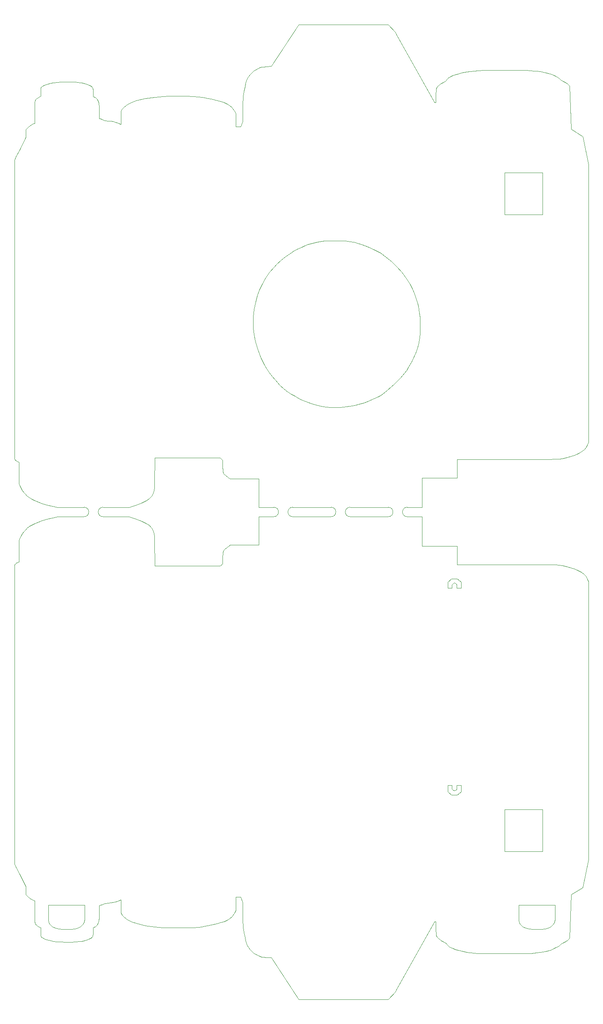
<source format=gm1>
G04 #@! TF.GenerationSoftware,KiCad,Pcbnew,7.0.10*
G04 #@! TF.CreationDate,2024-04-01T20:39:50-05:00*
G04 #@! TF.ProjectId,camera_badge,63616d65-7261-45f6-9261-6467652e6b69,1*
G04 #@! TF.SameCoordinates,Original*
G04 #@! TF.FileFunction,Profile,NP*
%FSLAX46Y46*%
G04 Gerber Fmt 4.6, Leading zero omitted, Abs format (unit mm)*
G04 Created by KiCad (PCBNEW 7.0.10) date 2024-04-01 20:39:50*
%MOMM*%
%LPD*%
G01*
G04 APERTURE LIST*
G04 #@! TA.AperFunction,Profile*
%ADD10C,0.050000*%
G04 #@! TD*
G04 #@! TA.AperFunction,Profile*
%ADD11C,0.100000*%
G04 #@! TD*
G04 APERTURE END LIST*
D10*
X153131000Y-209384000D02*
X153004000Y-210019000D01*
X153131000Y-206310600D02*
X153131000Y-209384000D01*
X153004000Y-210019000D02*
X152750000Y-210400000D01*
X152750000Y-210400000D02*
X152242000Y-210908000D01*
X152242000Y-210908000D02*
X151607000Y-211162000D01*
X151607000Y-211162000D02*
X151099000Y-211289000D01*
X151099000Y-211289000D02*
X150083000Y-211416000D01*
X149321000Y-211416000D02*
X150083000Y-211416000D01*
X149321000Y-211416000D02*
X148559000Y-211416000D01*
X148559000Y-211416000D02*
X147670000Y-211289000D01*
X147670000Y-211289000D02*
X147035000Y-211162000D01*
X147035000Y-211162000D02*
X146400000Y-210908000D01*
X146400000Y-210908000D02*
X145892000Y-210400000D01*
X145892000Y-210400000D02*
X145638000Y-210019000D01*
X145638000Y-210019000D02*
X145511000Y-209384000D01*
X145511000Y-206310600D02*
X153131000Y-206310600D01*
X145511000Y-206310600D02*
X145511000Y-209384000D01*
D11*
X133400000Y-182500000D02*
X132600000Y-183200000D01*
X133400000Y-181200000D02*
X133400000Y-182500000D01*
X132500000Y-181900000D02*
X132500000Y-181200000D01*
X132500000Y-181200000D02*
X133400000Y-181200000D01*
X132400000Y-182100000D02*
X132500000Y-181900000D01*
X132300000Y-182200000D02*
X132400000Y-182100000D01*
X132100000Y-182300000D02*
X132300000Y-182200000D01*
X131900000Y-182300000D02*
X132100000Y-182300000D01*
X131700000Y-182200000D02*
X131900000Y-182300000D01*
X131600000Y-182100000D02*
X131700000Y-182200000D01*
X131500000Y-181900000D02*
X131600000Y-182100000D01*
X131500000Y-181200000D02*
X131500000Y-181900000D01*
X131400000Y-183200000D02*
X132600000Y-183200000D01*
X131400000Y-183200000D02*
X130600000Y-182500000D01*
X130600000Y-182500000D02*
X130600000Y-181200000D01*
X130600000Y-181200000D02*
X131500000Y-181200000D01*
D10*
X54331000Y-209384000D02*
X54204000Y-210019000D01*
X54331000Y-206310600D02*
X54331000Y-209384000D01*
X54204000Y-210019000D02*
X53950000Y-210400000D01*
X53950000Y-210400000D02*
X53442000Y-210908000D01*
X53442000Y-210908000D02*
X52807000Y-211162000D01*
X52807000Y-211162000D02*
X52299000Y-211289000D01*
X52299000Y-211289000D02*
X51283000Y-211416000D01*
X50521000Y-211416000D02*
X51283000Y-211416000D01*
X50521000Y-211416000D02*
X49759000Y-211416000D01*
X49759000Y-211416000D02*
X48870000Y-211289000D01*
X48870000Y-211289000D02*
X48235000Y-211162000D01*
X48235000Y-211162000D02*
X47600000Y-210908000D01*
X47600000Y-210908000D02*
X47092000Y-210400000D01*
X47092000Y-210400000D02*
X46838000Y-210019000D01*
X46838000Y-210019000D02*
X46711000Y-209384000D01*
X46711000Y-206310600D02*
X54331000Y-206310600D01*
X46711000Y-206310600D02*
X46711000Y-209384000D01*
X39600000Y-49950000D02*
X39600000Y-112650000D01*
X39600000Y-112650000D02*
X39675000Y-112800000D01*
X39600000Y-134950000D02*
X39675000Y-134800000D01*
X39600000Y-197650000D02*
X39600000Y-134950000D01*
X39675000Y-112800000D02*
X39800000Y-112950000D01*
X39675000Y-134800000D02*
X39800000Y-134650000D01*
X39800000Y-112950000D02*
X39950000Y-113050000D01*
X39800000Y-134650000D02*
X39950000Y-134550000D01*
X39875000Y-49300000D02*
X39600000Y-49950000D01*
X39875000Y-198300000D02*
X39600000Y-197650000D01*
X39950000Y-113050000D02*
X40150000Y-113150000D01*
X39950000Y-134550000D02*
X40150000Y-134450000D01*
X40150000Y-113150000D02*
X40350000Y-113250000D01*
X40150000Y-134450000D02*
X40350000Y-134350000D01*
X40350000Y-113250000D02*
X40450000Y-113300000D01*
X40350000Y-134350000D02*
X40450000Y-134300000D01*
X40450000Y-113300000D02*
X40500000Y-113350000D01*
X40450000Y-134300000D02*
X40500000Y-134250000D01*
X40500000Y-113350000D02*
X40500000Y-117850000D01*
X40500000Y-117850000D02*
X40700000Y-118300000D01*
X40500000Y-129750000D02*
X40700000Y-129300000D01*
X40500000Y-134250000D02*
X40500000Y-129750000D01*
X40700000Y-47700000D02*
X39875000Y-49300000D01*
X40700000Y-118300000D02*
X40950000Y-118750000D01*
X40700000Y-129300000D02*
X40950000Y-128850000D01*
X40700000Y-199900000D02*
X39875000Y-198300000D01*
X40950000Y-118750000D02*
X41250000Y-119250000D01*
X40950000Y-128850000D02*
X41250000Y-128350000D01*
X41250000Y-119250000D02*
X41550000Y-119700000D01*
X41250000Y-128350000D02*
X41550000Y-127900000D01*
X41550000Y-119700000D02*
X41850000Y-120050000D01*
X41550000Y-127900000D02*
X41850000Y-127550000D01*
X41850000Y-120050000D02*
X42150000Y-120350000D01*
X41850000Y-127550000D02*
X42150000Y-127250000D01*
X42000000Y-43500000D02*
X42000000Y-45150000D01*
X42000000Y-45150000D02*
X40700000Y-47700000D01*
X42000000Y-202450000D02*
X40700000Y-199900000D01*
X42000000Y-204100000D02*
X42000000Y-202450000D01*
X42150000Y-120350000D02*
X42650000Y-120750000D01*
X42150000Y-127250000D02*
X42650000Y-126850000D01*
X42600000Y-42900000D02*
X42000000Y-43500000D01*
X42600000Y-204700000D02*
X42000000Y-204100000D01*
X42650000Y-120750000D02*
X43150000Y-121050000D01*
X42650000Y-126850000D02*
X43150000Y-126550000D01*
X42850000Y-42700000D02*
X42600000Y-42900000D01*
X42850000Y-204900000D02*
X42600000Y-204700000D01*
X43150000Y-42500000D02*
X42850000Y-42700000D01*
X43150000Y-121050000D02*
X43850000Y-121400000D01*
X43150000Y-126550000D02*
X43850000Y-126200000D01*
X43150000Y-205100000D02*
X42850000Y-204900000D01*
X43400000Y-42350000D02*
X43150000Y-42500000D01*
X43400000Y-205250000D02*
X43150000Y-205100000D01*
X43650000Y-42250000D02*
X43400000Y-42350000D01*
X43650000Y-205350000D02*
X43400000Y-205250000D01*
X43850000Y-37850000D02*
X43850000Y-42200000D01*
X43850000Y-42200000D02*
X43650000Y-42250000D01*
X43850000Y-121400000D02*
X45300000Y-121950000D01*
X43850000Y-126200000D02*
X45300000Y-125650000D01*
X43850000Y-205400000D02*
X43650000Y-205350000D01*
X43850000Y-209750000D02*
X43850000Y-205400000D01*
X43900000Y-37450000D02*
X43850000Y-37850000D01*
X43900000Y-210150000D02*
X43850000Y-209750000D01*
X44000000Y-37250000D02*
X43900000Y-37450000D01*
X44000000Y-210350000D02*
X43900000Y-210150000D01*
X44150000Y-37100000D02*
X44000000Y-37250000D01*
X44150000Y-210500000D02*
X44000000Y-210350000D01*
X44400000Y-36900000D02*
X44150000Y-37100000D01*
X44400000Y-210700000D02*
X44150000Y-210500000D01*
X44700000Y-36700000D02*
X44400000Y-36900000D01*
X44700000Y-210900000D02*
X44400000Y-210700000D01*
X45100000Y-34950000D02*
X45100000Y-36500000D01*
X45100000Y-36500000D02*
X44700000Y-36700000D01*
X45100000Y-211100000D02*
X44700000Y-210900000D01*
X45100000Y-212650000D02*
X45100000Y-211100000D01*
X45150000Y-34750000D02*
X45100000Y-34950000D01*
X45150000Y-212850000D02*
X45100000Y-212650000D01*
X45200000Y-34650000D02*
X45150000Y-34750000D01*
X45200000Y-212950000D02*
X45150000Y-212850000D01*
X45300000Y-34550000D02*
X45200000Y-34650000D01*
X45300000Y-121950000D02*
X46350000Y-122300000D01*
X45300000Y-125650000D02*
X46350000Y-125300000D01*
X45300000Y-213050000D02*
X45200000Y-212950000D01*
X45500000Y-34400000D02*
X45300000Y-34550000D01*
X45500000Y-213200000D02*
X45300000Y-213050000D01*
X45850000Y-34200000D02*
X45500000Y-34400000D01*
X45850000Y-213400000D02*
X45500000Y-213200000D01*
X46350000Y-34000000D02*
X45850000Y-34200000D01*
X46350000Y-122300000D02*
X47550000Y-122550000D01*
X46350000Y-125300000D02*
X47550000Y-125050000D01*
X46350000Y-213600000D02*
X45850000Y-213400000D01*
X47200000Y-33800000D02*
X46350000Y-34000000D01*
X47200000Y-213800000D02*
X46350000Y-213600000D01*
X47550000Y-122550000D02*
X48650000Y-122800000D01*
X47550000Y-125050000D02*
X48650000Y-124800000D01*
X47700000Y-33700000D02*
X47200000Y-33800000D01*
X47700000Y-213900000D02*
X47200000Y-213800000D01*
X48600000Y-33600000D02*
X47700000Y-33700000D01*
X48600000Y-214000000D02*
X47700000Y-213900000D01*
X48650000Y-122800000D02*
X53650000Y-122800000D01*
X48650000Y-124800000D02*
X53650000Y-124800000D01*
X49350000Y-33550000D02*
X48600000Y-33600000D01*
X49350000Y-214050000D02*
X48600000Y-214000000D01*
X50300000Y-33500000D02*
X49350000Y-33550000D01*
X50300000Y-214100000D02*
X49350000Y-214050000D01*
X51350000Y-33500000D02*
X50300000Y-33500000D01*
X51350000Y-214100000D02*
X50300000Y-214100000D01*
X52400000Y-33550000D02*
X51350000Y-33500000D01*
X52400000Y-214050000D02*
X51350000Y-214100000D01*
X53300000Y-33650000D02*
X52400000Y-33550000D01*
X53300000Y-213950000D02*
X52400000Y-214050000D01*
X53650000Y-122800000D02*
X54200000Y-122800000D01*
X53650000Y-124800000D02*
X54200000Y-124800000D01*
X53700000Y-33700000D02*
X53300000Y-33650000D01*
X53700000Y-213900000D02*
X53300000Y-213950000D01*
X54350000Y-33850000D02*
X53700000Y-33700000D01*
X54350000Y-213750000D02*
X53700000Y-213900000D01*
X54850000Y-34000000D02*
X54350000Y-33850000D01*
X54850000Y-213600000D02*
X54350000Y-213750000D01*
X55250000Y-34150000D02*
X54850000Y-34000000D01*
X55250000Y-213450000D02*
X54850000Y-213600000D01*
X55600000Y-34350000D02*
X55250000Y-34150000D01*
X55600000Y-213250000D02*
X55250000Y-213450000D01*
X55750000Y-34450000D02*
X55600000Y-34350000D01*
X55750000Y-213150000D02*
X55600000Y-213250000D01*
X55900000Y-34600000D02*
X55750000Y-34450000D01*
X55900000Y-213000000D02*
X55750000Y-213150000D01*
X56000000Y-34750000D02*
X55900000Y-34600000D01*
X56000000Y-212850000D02*
X55900000Y-213000000D01*
X56050000Y-34950000D02*
X56000000Y-34750000D01*
X56050000Y-212650000D02*
X56000000Y-212850000D01*
X56100000Y-35150000D02*
X56050000Y-34950000D01*
X56100000Y-212450000D02*
X56050000Y-212650000D01*
X56150000Y-36550000D02*
X56100000Y-35150000D01*
X56150000Y-211050000D02*
X56100000Y-212450000D01*
X56200000Y-36650000D02*
X56150000Y-36550000D01*
X56200000Y-210950000D02*
X56150000Y-211050000D01*
X56500000Y-36750000D02*
X56200000Y-36650000D01*
X56500000Y-210850000D02*
X56200000Y-210950000D01*
X56700000Y-36900000D02*
X56500000Y-36750000D01*
X56700000Y-210700000D02*
X56500000Y-210850000D01*
X56950000Y-37150000D02*
X56700000Y-36900000D01*
X56950000Y-210450000D02*
X56700000Y-210700000D01*
X57150000Y-37500000D02*
X56950000Y-37150000D01*
X57150000Y-210100000D02*
X56950000Y-210450000D01*
X57250000Y-37700000D02*
X57150000Y-37500000D01*
X57250000Y-209900000D02*
X57150000Y-210100000D01*
X57300000Y-38000000D02*
X57250000Y-37700000D01*
X57300000Y-209600000D02*
X57250000Y-209900000D01*
X57350000Y-38650000D02*
X57300000Y-38000000D01*
X57350000Y-208950000D02*
X57300000Y-209600000D01*
X57400000Y-41200000D02*
X57350000Y-38650000D01*
X57400000Y-206400000D02*
X57350000Y-208950000D01*
X57600000Y-41250000D02*
X57400000Y-41200000D01*
X57600000Y-206350000D02*
X57400000Y-206400000D01*
X58000000Y-41350000D02*
X57600000Y-41250000D01*
X58000000Y-206250000D02*
X57600000Y-206350000D01*
X58200000Y-122800000D02*
X58650000Y-122800000D01*
X58200000Y-124800000D02*
X58650000Y-124800000D01*
X58250000Y-41450000D02*
X58000000Y-41350000D01*
X58250000Y-206150000D02*
X58000000Y-206250000D01*
X58500000Y-41600000D02*
X58250000Y-41450000D01*
X58500000Y-206000000D02*
X58250000Y-206150000D01*
X58650000Y-41650000D02*
X58500000Y-41600000D01*
X58650000Y-122800000D02*
X63650000Y-122800000D01*
X58650000Y-124800000D02*
X63650000Y-124800000D01*
X58650000Y-205950000D02*
X58500000Y-206000000D01*
X59250000Y-41700000D02*
X58650000Y-41650000D01*
X59250000Y-205900000D02*
X58650000Y-205950000D01*
X59800000Y-41750000D02*
X59250000Y-41700000D01*
X59800000Y-205850000D02*
X59250000Y-205900000D01*
X60350000Y-41850000D02*
X59800000Y-41750000D01*
X60350000Y-205750000D02*
X59800000Y-205850000D01*
X60750000Y-41950000D02*
X60350000Y-41850000D01*
X60750000Y-205650000D02*
X60350000Y-205750000D01*
X61100000Y-42050000D02*
X60750000Y-41950000D01*
X61100000Y-205550000D02*
X60750000Y-205650000D01*
X61500000Y-42200000D02*
X61100000Y-42050000D01*
X61500000Y-205400000D02*
X61100000Y-205550000D01*
X61900000Y-42400000D02*
X61500000Y-42200000D01*
X61900000Y-205200000D02*
X61500000Y-205400000D01*
X62000000Y-39650000D02*
X62000000Y-42400000D01*
X62000000Y-42400000D02*
X61900000Y-42400000D01*
X62000000Y-205200000D02*
X61900000Y-205200000D01*
X62000000Y-207950000D02*
X62000000Y-205200000D01*
X62250000Y-39200000D02*
X62000000Y-39650000D01*
X62250000Y-208400000D02*
X62000000Y-207950000D01*
X62550000Y-38850000D02*
X62250000Y-39200000D01*
X62550000Y-208750000D02*
X62250000Y-208400000D01*
X63050000Y-38400000D02*
X62550000Y-38850000D01*
X63050000Y-209200000D02*
X62550000Y-208750000D01*
X63550000Y-38100000D02*
X63050000Y-38400000D01*
X63550000Y-209500000D02*
X63050000Y-209200000D01*
X63650000Y-122800000D02*
X64150000Y-122650000D01*
X63650000Y-124800000D02*
X64150000Y-124950000D01*
X64150000Y-122650000D02*
X65200000Y-122350000D01*
X64150000Y-124950000D02*
X65200000Y-125250000D01*
X64350000Y-37750000D02*
X63550000Y-38100000D01*
X64350000Y-209850000D02*
X63550000Y-209500000D01*
X65200000Y-37450000D02*
X64350000Y-37750000D01*
X65200000Y-122350000D02*
X66300000Y-121900000D01*
X65200000Y-125250000D02*
X66300000Y-125700000D01*
X65200000Y-210150000D02*
X64350000Y-209850000D01*
X66300000Y-121900000D02*
X67250000Y-121400000D01*
X66300000Y-125700000D02*
X67250000Y-126200000D01*
X67050000Y-37000000D02*
X65200000Y-37450000D01*
X67050000Y-210600000D02*
X65200000Y-210150000D01*
X67250000Y-121400000D02*
X67850000Y-121000000D01*
X67250000Y-126200000D02*
X67850000Y-126600000D01*
X67850000Y-121000000D02*
X68250000Y-120650000D01*
X67850000Y-126600000D02*
X68250000Y-126950000D01*
X68250000Y-120650000D02*
X68450000Y-120350000D01*
X68250000Y-126950000D02*
X68450000Y-127250000D01*
X68450000Y-120350000D02*
X68750000Y-119800000D01*
X68450000Y-127250000D02*
X68750000Y-127800000D01*
X68750000Y-119800000D02*
X68850000Y-119500000D01*
X68750000Y-127800000D02*
X68850000Y-128100000D01*
X68850000Y-119500000D02*
X68900000Y-119250000D01*
X68850000Y-128100000D02*
X68900000Y-128350000D01*
X68900000Y-119250000D02*
X68950000Y-118700000D01*
X68900000Y-128350000D02*
X68950000Y-128900000D01*
X68950000Y-118700000D02*
X69000000Y-117800000D01*
X68950000Y-128900000D02*
X69000000Y-129800000D01*
X69000000Y-117800000D02*
X69100000Y-112450000D01*
X69000000Y-129800000D02*
X69100000Y-135150000D01*
X69100000Y-36700000D02*
X67050000Y-37000000D01*
X69100000Y-112450000D02*
X82800000Y-112450000D01*
X69100000Y-135150000D02*
X82800000Y-135150000D01*
X69100000Y-210900000D02*
X67050000Y-210600000D01*
X70750000Y-36550000D02*
X69100000Y-36700000D01*
X70750000Y-211050000D02*
X69100000Y-210900000D01*
X72050000Y-36500000D02*
X70750000Y-36550000D01*
X72050000Y-211100000D02*
X70750000Y-211050000D01*
X75650000Y-36500000D02*
X72050000Y-36500000D01*
X75650000Y-211100000D02*
X72050000Y-211100000D01*
X77150000Y-36550000D02*
X75650000Y-36500000D01*
X77150000Y-211050000D02*
X75650000Y-211100000D01*
X78200000Y-36650000D02*
X77150000Y-36550000D01*
X78200000Y-210950000D02*
X77150000Y-211050000D01*
X78950000Y-36750000D02*
X78200000Y-36650000D01*
X78950000Y-210850000D02*
X78200000Y-210950000D01*
X79600000Y-36850000D02*
X78950000Y-36750000D01*
X79600000Y-210750000D02*
X78950000Y-210850000D01*
X80200000Y-36950000D02*
X79600000Y-36850000D01*
X80200000Y-210650000D02*
X79600000Y-210750000D01*
X80900000Y-37100000D02*
X80200000Y-36950000D01*
X80900000Y-210500000D02*
X80200000Y-210650000D01*
X82100000Y-37400000D02*
X80900000Y-37100000D01*
X82100000Y-210200000D02*
X80900000Y-210500000D01*
X82800000Y-112450000D02*
X83300000Y-112900000D01*
X82800000Y-135150000D02*
X83300000Y-134700000D01*
X82850000Y-37600000D02*
X82100000Y-37400000D01*
X82850000Y-210000000D02*
X82100000Y-210200000D01*
X83300000Y-112900000D02*
X83300000Y-114450000D01*
X83300000Y-114450000D02*
X83350000Y-115000000D01*
X83300000Y-133150000D02*
X83350000Y-132600000D01*
X83300000Y-134700000D02*
X83300000Y-133150000D01*
X83350000Y-115000000D02*
X83400000Y-115300000D01*
X83350000Y-132600000D02*
X83400000Y-132300000D01*
X83400000Y-115300000D02*
X83500000Y-115650000D01*
X83400000Y-132300000D02*
X83500000Y-131950000D01*
X83500000Y-115650000D02*
X83650000Y-115900000D01*
X83500000Y-131950000D02*
X83650000Y-131700000D01*
X83600000Y-37850000D02*
X82850000Y-37600000D01*
X83600000Y-209750000D02*
X82850000Y-210000000D01*
X83650000Y-115900000D02*
X83850000Y-116100000D01*
X83650000Y-131700000D02*
X83850000Y-131500000D01*
X83850000Y-116100000D02*
X84050000Y-116250000D01*
X83850000Y-131500000D02*
X84050000Y-131350000D01*
X84050000Y-116250000D02*
X84250000Y-116350000D01*
X84050000Y-131350000D02*
X84250000Y-131250000D01*
X84250000Y-116350000D02*
X84500000Y-116550000D01*
X84250000Y-131250000D02*
X84500000Y-131050000D01*
X84300000Y-38150000D02*
X83600000Y-37850000D01*
X84300000Y-209450000D02*
X83600000Y-209750000D01*
X84500000Y-116550000D02*
X84700000Y-116750000D01*
X84500000Y-131050000D02*
X84700000Y-130850000D01*
X84700000Y-116750000D02*
X84850000Y-116850000D01*
X84700000Y-130850000D02*
X84850000Y-130750000D01*
X84850000Y-38500000D02*
X84300000Y-38150000D01*
X84850000Y-116850000D02*
X90950000Y-116850000D01*
X84850000Y-130750000D02*
X90950000Y-130750000D01*
X84850000Y-209100000D02*
X84300000Y-209450000D01*
X85250000Y-38850000D02*
X84850000Y-38500000D01*
X85250000Y-208750000D02*
X84850000Y-209100000D01*
X85450000Y-39100000D02*
X85250000Y-38850000D01*
X85450000Y-208500000D02*
X85250000Y-208750000D01*
X85650000Y-39400000D02*
X85450000Y-39100000D01*
X85650000Y-208200000D02*
X85450000Y-208500000D01*
X85800000Y-39650000D02*
X85650000Y-39400000D01*
X85800000Y-207950000D02*
X85650000Y-208200000D01*
X86050000Y-40200000D02*
X85800000Y-39650000D01*
X86050000Y-207400000D02*
X85800000Y-207950000D01*
X86100000Y-42950000D02*
X86050000Y-40200000D01*
X86100000Y-204650000D02*
X86050000Y-207400000D01*
X87100000Y-42950000D02*
X86100000Y-42950000D01*
X87100000Y-204650000D02*
X86100000Y-204650000D01*
X87550000Y-37850000D02*
X87550000Y-41800000D01*
X87550000Y-41800000D02*
X87100000Y-42950000D01*
X87550000Y-205800000D02*
X87100000Y-204650000D01*
X87550000Y-209750000D02*
X87550000Y-205800000D01*
X87600000Y-37100000D02*
X87550000Y-37850000D01*
X87600000Y-210500000D02*
X87550000Y-209750000D01*
X87650000Y-36600000D02*
X87600000Y-37100000D01*
X87650000Y-211000000D02*
X87600000Y-210500000D01*
X87800000Y-35500000D02*
X87650000Y-36600000D01*
X87800000Y-212100000D02*
X87650000Y-211000000D01*
X88000000Y-34450000D02*
X87800000Y-35500000D01*
X88000000Y-213150000D02*
X87800000Y-212100000D01*
X88150000Y-33800000D02*
X88000000Y-34450000D01*
X88150000Y-213800000D02*
X88000000Y-213150000D01*
X88300000Y-33300000D02*
X88150000Y-33800000D01*
X88300000Y-214300000D02*
X88150000Y-213800000D01*
X88500000Y-32800000D02*
X88300000Y-33300000D01*
X88500000Y-214800000D02*
X88300000Y-214300000D01*
X88700000Y-32450000D02*
X88500000Y-32800000D01*
X88700000Y-215150000D02*
X88500000Y-214800000D01*
X88850000Y-32250000D02*
X88700000Y-32450000D01*
X88850000Y-215350000D02*
X88700000Y-215150000D01*
X89000000Y-32050000D02*
X88850000Y-32250000D01*
X89000000Y-215550000D02*
X88850000Y-215350000D01*
X89450000Y-31550000D02*
X89000000Y-32050000D01*
X89450000Y-216050000D02*
X89000000Y-215550000D01*
X89700000Y-83600000D02*
X89750000Y-82750000D01*
X89700000Y-83800000D02*
X89700000Y-83600000D01*
X89700000Y-84300000D02*
X89700000Y-83800000D01*
X89750000Y-82750000D02*
X89900000Y-81300000D01*
X89750000Y-85200000D02*
X89700000Y-84300000D01*
X89850000Y-31200000D02*
X89450000Y-31550000D01*
X89850000Y-216400000D02*
X89450000Y-216050000D01*
X89900000Y-81300000D02*
X90200000Y-79700000D01*
X89900000Y-86550000D02*
X89750000Y-85200000D01*
X90150000Y-87900000D02*
X89900000Y-86550000D01*
X90200000Y-79700000D02*
X90550000Y-78400000D01*
X90250000Y-30950000D02*
X89850000Y-31200000D01*
X90250000Y-216650000D02*
X89850000Y-216400000D01*
X90550000Y-78400000D02*
X91000000Y-77200000D01*
X90550000Y-89350000D02*
X90150000Y-87900000D01*
X90950000Y-116850000D02*
X90950000Y-122800000D01*
X90950000Y-122800000D02*
X94050000Y-122800000D01*
X90950000Y-124800000D02*
X94050000Y-124800000D01*
X90950000Y-130750000D02*
X90950000Y-124800000D01*
X91000000Y-77200000D02*
X91550000Y-76000000D01*
X91050000Y-90750000D02*
X90550000Y-89350000D01*
X91200000Y-30500000D02*
X90250000Y-30950000D01*
X91200000Y-217100000D02*
X90250000Y-216650000D01*
X91350000Y-91450000D02*
X91050000Y-90750000D01*
X91500000Y-30400000D02*
X91200000Y-30500000D01*
X91500000Y-217200000D02*
X91200000Y-217100000D01*
X91550000Y-76000000D02*
X92300000Y-74750000D01*
X91900000Y-30350000D02*
X91500000Y-30400000D01*
X91900000Y-217250000D02*
X91500000Y-217200000D01*
X92000000Y-92750000D02*
X91350000Y-91450000D01*
X92300000Y-74750000D02*
X93150000Y-73500000D01*
X92450000Y-30300000D02*
X91900000Y-30350000D01*
X92450000Y-93550000D02*
X92000000Y-92750000D01*
X92450000Y-217300000D02*
X91900000Y-217250000D01*
X93150000Y-73500000D02*
X94100000Y-72400000D01*
X93150000Y-94600000D02*
X92450000Y-93550000D01*
X93500000Y-30250000D02*
X92450000Y-30300000D01*
X93500000Y-217350000D02*
X92450000Y-217300000D01*
X93750000Y-95350000D02*
X93150000Y-94600000D01*
X94100000Y-72400000D02*
X94650000Y-71800000D01*
X94400000Y-96100000D02*
X93750000Y-95350000D01*
X94650000Y-71800000D02*
X95550000Y-70950000D01*
X95350000Y-97150000D02*
X94400000Y-96100000D01*
X95550000Y-70950000D02*
X96050000Y-70550000D01*
X96050000Y-70550000D02*
X97000000Y-69850000D01*
X96200000Y-97950000D02*
X95350000Y-97150000D01*
X96900000Y-98500000D02*
X96200000Y-97950000D01*
X97000000Y-69850000D02*
X97450000Y-69550000D01*
X97450000Y-69550000D02*
X98150000Y-69100000D01*
X97700000Y-99050000D02*
X96900000Y-98500000D01*
X98050000Y-122800000D02*
X106100000Y-122800000D01*
X98050000Y-124800000D02*
X106100000Y-124800000D01*
X98150000Y-69100000D02*
X99050000Y-68600000D01*
X98500000Y-99500000D02*
X97700000Y-99050000D01*
X99050000Y-68600000D02*
X99850000Y-68200000D01*
X99050000Y-99800000D02*
X98500000Y-99500000D01*
X99300000Y-21450000D02*
X93500000Y-30250000D01*
X99300000Y-226150000D02*
X93500000Y-217350000D01*
X99800000Y-100200000D02*
X99050000Y-99800000D01*
X99850000Y-68200000D02*
X100550000Y-67900000D01*
X100550000Y-67900000D02*
X101200000Y-67650000D01*
X100700000Y-100600000D02*
X99800000Y-100200000D01*
X101200000Y-67650000D02*
X102150000Y-67350000D01*
X101800000Y-101000000D02*
X100700000Y-100600000D01*
X102150000Y-67350000D02*
X103200000Y-67100000D01*
X102950000Y-101350000D02*
X101800000Y-101000000D01*
X103200000Y-67100000D02*
X104200000Y-66950000D01*
X104000000Y-101600000D02*
X102950000Y-101350000D01*
X104200000Y-66950000D02*
X104750000Y-66900000D01*
X104750000Y-66900000D02*
X105650000Y-66850000D01*
X105000000Y-101750000D02*
X104000000Y-101600000D01*
X105650000Y-66850000D02*
X106600000Y-66850000D01*
X106150000Y-101800000D02*
X105000000Y-101750000D01*
X106600000Y-66850000D02*
X108200000Y-66850000D01*
X108000000Y-101800000D02*
X106150000Y-101800000D01*
X108200000Y-66850000D02*
X109150000Y-66900000D01*
X109150000Y-66900000D02*
X110050000Y-67000000D01*
X109300000Y-101700000D02*
X108000000Y-101800000D01*
X109950000Y-101600000D02*
X109300000Y-101700000D01*
X110050000Y-67000000D02*
X110900000Y-67150000D01*
X110100000Y-122800000D02*
X118100000Y-122800000D01*
X110100000Y-124800000D02*
X118100000Y-124800000D01*
X110900000Y-67150000D02*
X111650000Y-67350000D01*
X111100000Y-101400000D02*
X109950000Y-101600000D01*
X111650000Y-67350000D02*
X112500000Y-67600000D01*
X111950000Y-101200000D02*
X111100000Y-101400000D01*
X112500000Y-67600000D02*
X113850000Y-68100000D01*
X112950000Y-100900000D02*
X111950000Y-101200000D01*
X113600000Y-100650000D02*
X112950000Y-100900000D01*
X113850000Y-68100000D02*
X115150000Y-68700000D01*
X114550000Y-100250000D02*
X113600000Y-100650000D01*
X115100000Y-100000000D02*
X114550000Y-100250000D01*
X115150000Y-68700000D02*
X116450000Y-69450000D01*
X115850000Y-99650000D02*
X115100000Y-100000000D01*
X116400000Y-99350000D02*
X115850000Y-99650000D01*
X116450000Y-69450000D02*
X117600000Y-70250000D01*
X117000000Y-98950000D02*
X116400000Y-99350000D01*
X117400000Y-98650000D02*
X117000000Y-98950000D01*
X117600000Y-70250000D02*
X118800000Y-71200000D01*
X117950000Y-98200000D02*
X117400000Y-98650000D01*
X118050000Y-21450000D02*
X99300000Y-21450000D01*
X118050000Y-226150000D02*
X99300000Y-226150000D01*
X118700000Y-97550000D02*
X117950000Y-98200000D01*
X118800000Y-71200000D02*
X119900000Y-72300000D01*
X119250000Y-97050000D02*
X118700000Y-97550000D01*
X119600000Y-23100000D02*
X118050000Y-21450000D01*
X119600000Y-224500000D02*
X118050000Y-226150000D01*
X119700000Y-96600000D02*
X119250000Y-97050000D01*
X119800000Y-23500000D02*
X119600000Y-23100000D01*
X119800000Y-224100000D02*
X119600000Y-224500000D01*
X119900000Y-72300000D02*
X120950000Y-73450000D01*
X120300000Y-96000000D02*
X119700000Y-96600000D01*
X120700000Y-95600000D02*
X120300000Y-96000000D01*
X120950000Y-73450000D02*
X121650000Y-74400000D01*
X121500000Y-94650000D02*
X120700000Y-95600000D01*
X121650000Y-74400000D02*
X122150000Y-75150000D01*
X121950000Y-94050000D02*
X121500000Y-94650000D01*
X122100000Y-122800000D02*
X125200000Y-122800000D01*
X122100000Y-124800000D02*
X125200000Y-124800000D01*
X122150000Y-75150000D02*
X122650000Y-75950000D01*
X122350000Y-93400000D02*
X121950000Y-94050000D01*
X122650000Y-75950000D02*
X123150000Y-76950000D01*
X123000000Y-92250000D02*
X122350000Y-93400000D01*
X123150000Y-76950000D02*
X123600000Y-78000000D01*
X123500000Y-91200000D02*
X123000000Y-92250000D01*
X123600000Y-78000000D02*
X124050000Y-79200000D01*
X123900000Y-90250000D02*
X123500000Y-91200000D01*
X124050000Y-79200000D02*
X124300000Y-80000000D01*
X124150000Y-89500000D02*
X123900000Y-90250000D01*
X124300000Y-80000000D02*
X124450000Y-80650000D01*
X124400000Y-88650000D02*
X124150000Y-89500000D01*
X124450000Y-80650000D02*
X124550000Y-81250000D01*
X124550000Y-81250000D02*
X124650000Y-81950000D01*
X124600000Y-87700000D02*
X124400000Y-88650000D01*
X124650000Y-81950000D02*
X124750000Y-82950000D01*
X124750000Y-82950000D02*
X124800000Y-83850000D01*
X124750000Y-86400000D02*
X124600000Y-87700000D01*
X124800000Y-83850000D02*
X124800000Y-85250000D01*
X124800000Y-85250000D02*
X124750000Y-86400000D01*
X125200000Y-116650000D02*
X132550000Y-116650000D01*
X125200000Y-122750000D02*
X125200000Y-116650000D01*
X125200000Y-122800000D02*
X125200000Y-122750000D01*
X125200000Y-124800000D02*
X125200000Y-124850000D01*
X125200000Y-124850000D02*
X125200000Y-130950000D01*
X125200000Y-130950000D02*
X132550000Y-130950000D01*
X127800000Y-37850000D02*
X119800000Y-23500000D01*
X127800000Y-209750000D02*
X119800000Y-224100000D01*
X128100000Y-36100000D02*
X128100000Y-37850000D01*
X128100000Y-37850000D02*
X127800000Y-37850000D01*
X128100000Y-209750000D02*
X127800000Y-209750000D01*
X128100000Y-211500000D02*
X128100000Y-209750000D01*
X128150000Y-35250000D02*
X128100000Y-36100000D01*
X128150000Y-212350000D02*
X128100000Y-211500000D01*
X128200000Y-34950000D02*
X128150000Y-35250000D01*
X128200000Y-212650000D02*
X128150000Y-212350000D01*
X128250000Y-34800000D02*
X128200000Y-34950000D01*
X128250000Y-212800000D02*
X128200000Y-212650000D01*
X128350000Y-34600000D02*
X128250000Y-34800000D01*
X128350000Y-213000000D02*
X128250000Y-212800000D01*
X128500000Y-34400000D02*
X128350000Y-34600000D01*
X128500000Y-213200000D02*
X128350000Y-213000000D01*
X128550000Y-34350000D02*
X128500000Y-34400000D01*
X128550000Y-213250000D02*
X128500000Y-213200000D01*
X128650000Y-34250000D02*
X128550000Y-34350000D01*
X128650000Y-213350000D02*
X128550000Y-213250000D01*
X128900000Y-34050000D02*
X128650000Y-34250000D01*
X128900000Y-213550000D02*
X128650000Y-213350000D01*
X129200000Y-33850000D02*
X128900000Y-34050000D01*
X129200000Y-213750000D02*
X128900000Y-213550000D01*
X129700000Y-33600000D02*
X129200000Y-33850000D01*
X129700000Y-214000000D02*
X129200000Y-213750000D01*
X130150000Y-33350000D02*
X129700000Y-33600000D01*
X130150000Y-214250000D02*
X129700000Y-214000000D01*
X130300000Y-33200000D02*
X130150000Y-33350000D01*
X130300000Y-214400000D02*
X130150000Y-214250000D01*
X130450000Y-32950000D02*
X130300000Y-33200000D01*
X130450000Y-214650000D02*
X130300000Y-214400000D01*
X130700000Y-32700000D02*
X130450000Y-32950000D01*
X130700000Y-214900000D02*
X130450000Y-214650000D01*
X130900000Y-32550000D02*
X130700000Y-32700000D01*
X130900000Y-215050000D02*
X130700000Y-214900000D01*
X131150000Y-32400000D02*
X130900000Y-32550000D01*
X131150000Y-215200000D02*
X130900000Y-215050000D01*
X131600000Y-32200000D02*
X131150000Y-32400000D01*
X131600000Y-215400000D02*
X131150000Y-215200000D01*
X132150000Y-32000000D02*
X131600000Y-32200000D01*
X132150000Y-215600000D02*
X131600000Y-215400000D01*
X132550000Y-112750000D02*
X151700000Y-112750000D01*
X132550000Y-116650000D02*
X132550000Y-112750000D01*
X132550000Y-130950000D02*
X132550000Y-134850000D01*
X132550000Y-134850000D02*
X151700000Y-134850000D01*
X132800000Y-31800000D02*
X132150000Y-32000000D01*
X132800000Y-215800000D02*
X132150000Y-215600000D01*
X133550000Y-31600000D02*
X132800000Y-31800000D01*
X133550000Y-216000000D02*
X132800000Y-215800000D01*
X134600000Y-31400000D02*
X133550000Y-31600000D01*
X134600000Y-216200000D02*
X133550000Y-216000000D01*
X135250000Y-31300000D02*
X134600000Y-31400000D01*
X135250000Y-216300000D02*
X134600000Y-216200000D01*
X136200000Y-31200000D02*
X135250000Y-31300000D01*
X136200000Y-216400000D02*
X135250000Y-216300000D01*
X136900000Y-31150000D02*
X136200000Y-31200000D01*
X136900000Y-216450000D02*
X136200000Y-216400000D01*
X138350000Y-31100000D02*
X136900000Y-31150000D01*
X138350000Y-216500000D02*
X136900000Y-216450000D01*
X142550000Y-52550000D02*
X142550000Y-61350000D01*
X142550000Y-61350000D02*
X150550000Y-61350000D01*
X142550000Y-186250000D02*
X150550000Y-186250000D01*
X142550000Y-195050000D02*
X142550000Y-186250000D01*
X146150000Y-31100000D02*
X138350000Y-31100000D01*
X146150000Y-216500000D02*
X138350000Y-216500000D01*
X147000000Y-31100000D02*
X146150000Y-31100000D01*
X147000000Y-216500000D02*
X146150000Y-216500000D01*
X148100000Y-31150000D02*
X147000000Y-31100000D01*
X148100000Y-216450000D02*
X147000000Y-216500000D01*
X148750000Y-31200000D02*
X148100000Y-31150000D01*
X148750000Y-216400000D02*
X148100000Y-216450000D01*
X149250000Y-31250000D02*
X148750000Y-31200000D01*
X149250000Y-216350000D02*
X148750000Y-216400000D01*
X150000000Y-31350000D02*
X149250000Y-31250000D01*
X150000000Y-216250000D02*
X149250000Y-216350000D01*
X150550000Y-52550000D02*
X142550000Y-52550000D01*
X150550000Y-61350000D02*
X150550000Y-52550000D01*
X150550000Y-186250000D02*
X150550000Y-195050000D01*
X150550000Y-195050000D02*
X142550000Y-195050000D01*
X151100000Y-31550000D02*
X150000000Y-31350000D01*
X151100000Y-216050000D02*
X150000000Y-216250000D01*
X151700000Y-112750000D02*
X153300000Y-112700000D01*
X151700000Y-134850000D02*
X153300000Y-134900000D01*
X151750000Y-31700000D02*
X151100000Y-31550000D01*
X151750000Y-215900000D02*
X151100000Y-216050000D01*
X152350000Y-31900000D02*
X151750000Y-31700000D01*
X152350000Y-215700000D02*
X151750000Y-215900000D01*
X152800000Y-32100000D02*
X152350000Y-31900000D01*
X152800000Y-215500000D02*
X152350000Y-215700000D01*
X153300000Y-32350000D02*
X152800000Y-32100000D01*
X153300000Y-112700000D02*
X153950000Y-112650000D01*
X153300000Y-134900000D02*
X153950000Y-134950000D01*
X153300000Y-215250000D02*
X152800000Y-215500000D01*
X153700000Y-32600000D02*
X153300000Y-32350000D01*
X153700000Y-215000000D02*
X153300000Y-215250000D01*
X153950000Y-32750000D02*
X153700000Y-32600000D01*
X153950000Y-112650000D02*
X154650000Y-112550000D01*
X153950000Y-134950000D02*
X154650000Y-135050000D01*
X153950000Y-214850000D02*
X153700000Y-215000000D01*
X154300000Y-33050000D02*
X153950000Y-32750000D01*
X154300000Y-214550000D02*
X153950000Y-214850000D01*
X154650000Y-112550000D02*
X155650000Y-112350000D01*
X154650000Y-135050000D02*
X155650000Y-135250000D01*
X154750000Y-33350000D02*
X154300000Y-33050000D01*
X154750000Y-214250000D02*
X154300000Y-214550000D01*
X155450000Y-33650000D02*
X154750000Y-33350000D01*
X155450000Y-213950000D02*
X154750000Y-214250000D01*
X155650000Y-112350000D02*
X156500000Y-112100000D01*
X155650000Y-135250000D02*
X156500000Y-135500000D01*
X155800000Y-33900000D02*
X155450000Y-33650000D01*
X155800000Y-213700000D02*
X155450000Y-213950000D01*
X156050000Y-34200000D02*
X155800000Y-33900000D01*
X156050000Y-213400000D02*
X155800000Y-213700000D01*
X156200000Y-34400000D02*
X156050000Y-34200000D01*
X156200000Y-213200000D02*
X156050000Y-213400000D01*
X156500000Y-43450000D02*
X156200000Y-34400000D01*
X156500000Y-112100000D02*
X157100000Y-111900000D01*
X156500000Y-135500000D02*
X157100000Y-135700000D01*
X156500000Y-204150000D02*
X156200000Y-213200000D01*
X157100000Y-111900000D02*
X157700000Y-111650000D01*
X157100000Y-135700000D02*
X157700000Y-135950000D01*
X157700000Y-111650000D02*
X158250000Y-111400000D01*
X157700000Y-135950000D02*
X158250000Y-136200000D01*
X158250000Y-111400000D02*
X158750000Y-111100000D01*
X158250000Y-136200000D02*
X158750000Y-136500000D01*
X158750000Y-111100000D02*
X159250000Y-110700000D01*
X158750000Y-136500000D02*
X159250000Y-136900000D01*
X158900000Y-44950000D02*
X156500000Y-43450000D01*
X158900000Y-202650000D02*
X156500000Y-204150000D01*
X159000000Y-45050000D02*
X158900000Y-44950000D01*
X159000000Y-202550000D02*
X158900000Y-202650000D01*
X159250000Y-110700000D02*
X159650000Y-110250000D01*
X159250000Y-136900000D02*
X159650000Y-137350000D01*
X159650000Y-110250000D02*
X159950000Y-109700000D01*
X159650000Y-137350000D02*
X159950000Y-137900000D01*
X159950000Y-109700000D02*
X160200000Y-109150000D01*
X159950000Y-137900000D02*
X160200000Y-138450000D01*
X160200000Y-50850000D02*
X159000000Y-45050000D01*
X160200000Y-109150000D02*
X160200000Y-50850000D01*
X160200000Y-138450000D02*
X160200000Y-196750000D01*
X160200000Y-196750000D02*
X159000000Y-202550000D01*
X54200000Y-124800000D02*
G75*
G03*
X54200000Y-122800000I0J1000000D01*
G01*
X58200000Y-122800000D02*
G75*
G03*
X58200000Y-124800000I0J-1000000D01*
G01*
X94050000Y-124800000D02*
G75*
G03*
X94050000Y-122800000I0J1000000D01*
G01*
X98050000Y-122800000D02*
G75*
G03*
X98050000Y-124800000I0J-1000000D01*
G01*
X106100000Y-124800000D02*
G75*
G03*
X106100000Y-122800000I0J1000000D01*
G01*
X110100000Y-122800000D02*
G75*
G03*
X110100000Y-124800000I0J-1000000D01*
G01*
X118100000Y-124800000D02*
G75*
G03*
X118100000Y-122800000I0J1000000D01*
G01*
X122100000Y-122800000D02*
G75*
G03*
X122100000Y-124800000I0J-1000000D01*
G01*
D11*
X130600000Y-138500000D02*
X131400000Y-137800000D01*
X130600000Y-139800000D02*
X130600000Y-138500000D01*
X131500000Y-139100000D02*
X131500000Y-139800000D01*
X131500000Y-139800000D02*
X130600000Y-139800000D01*
X131600000Y-138900000D02*
X131500000Y-139100000D01*
X131700000Y-138800000D02*
X131600000Y-138900000D01*
X131900000Y-138700000D02*
X131700000Y-138800000D01*
X132100000Y-138700000D02*
X131900000Y-138700000D01*
X132300000Y-138800000D02*
X132100000Y-138700000D01*
X132400000Y-138900000D02*
X132300000Y-138800000D01*
X132500000Y-139100000D02*
X132400000Y-138900000D01*
X132500000Y-139800000D02*
X132500000Y-139100000D01*
X132600000Y-137800000D02*
X131400000Y-137800000D01*
X132600000Y-137800000D02*
X133400000Y-138500000D01*
X133400000Y-138500000D02*
X133400000Y-139800000D01*
X133400000Y-139800000D02*
X132500000Y-139800000D01*
M02*

</source>
